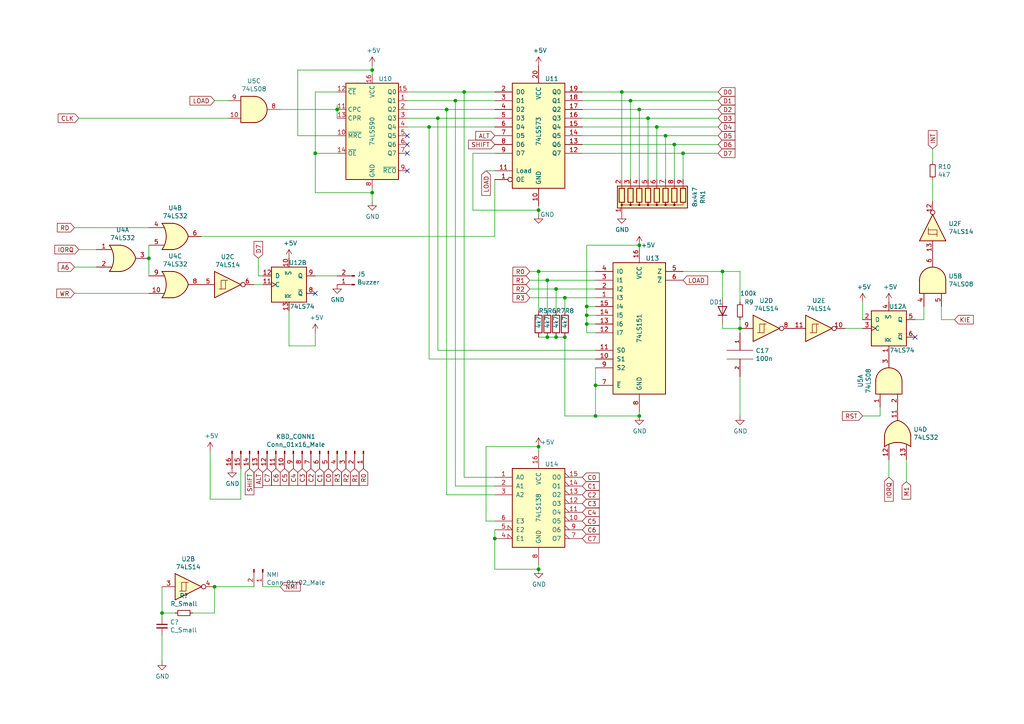
<source format=kicad_sch>
(kicad_sch (version 20211123) (generator eeschema)
  (paper "A4")
  (lib_symbols
    (symbol "74xx:74LS08" (pin_names (offset 1.016))
      (property "Reference" "U" (at 0 1.27 0))
      (property "Value" "74LS08" (at 0 -1.27 0))
      (symbol "74LS08_1_1"
        (pin input line (at -7.62 2.54 0) (length 3.81) (name "~") (number "1"))
        (pin input line (at -7.62 -2.54 0) (length 3.81) (name "~") (number "2"))
        (pin output line (at 7.62 0 180) (length 3.81) (name "~") (number "3"))
      )
      (symbol "74LS08_1_2"
        (pin input inverted (at -7.62 2.54 0) (length 4.318) (name "~") (number "1"))
        (pin input inverted (at -7.62 -2.54 0) (length 4.318) (name "~") (number "2"))
        (pin output inverted (at 7.62 0 180) (length 3.81) (name "~") (number "3"))
      )
      (symbol "74LS08_2_1"
        (pin input line (at -7.62 2.54 0) (length 3.81) (name "~") (number "4"))
        (pin input line (at -7.62 -2.54 0) (length 3.81) (name "~") (number "5"))
        (pin output line (at 7.62 0 180) (length 3.81) (name "~") (number "6"))
      )
      (symbol "74LS08_2_2"
        (pin input inverted (at -7.62 2.54 0) (length 4.318) (name "~") (number "4"))
        (pin input inverted (at -7.62 -2.54 0) (length 4.318) (name "~") (number "5"))
        (pin output inverted (at 7.62 0 180) (length 3.81) (name "~") (number "6"))
      )
      (symbol "74LS08_3_1"
        (pin input line (at -7.62 -2.54 0) (length 3.81) (name "~") (number "10"))
        (pin output line (at 7.62 0 180) (length 3.81) (name "~") (number "8"))
        (pin input line (at -7.62 2.54 0) (length 3.81) (name "~") (number "9"))
      )
      (symbol "74LS08_3_2"
        (pin input inverted (at -7.62 -2.54 0) (length 4.318) (name "~") (number "10"))
        (pin output inverted (at 7.62 0 180) (length 3.81) (name "~") (number "8"))
        (pin input inverted (at -7.62 2.54 0) (length 4.318) (name "~") (number "9"))
      )
      (symbol "74LS08_4_1"
        (pin output line (at 7.62 0 180) (length 3.81) (name "~") (number "11"))
        (pin input line (at -7.62 2.54 0) (length 3.81) (name "~") (number "12"))
        (pin input line (at -7.62 -2.54 0) (length 3.81) (name "~") (number "13"))
      )
      (symbol "74LS08_4_2"
        (pin output inverted (at 7.62 0 180) (length 3.81) (name "~") (number "11"))
        (pin input inverted (at -7.62 2.54 0) (length 4.318) (name "~") (number "12"))
        (pin input inverted (at -7.62 -2.54 0) (length 4.318) (name "~") (number "13"))
      )
      (symbol "74LS08_5_0"
        (pin power_in line (at 0 12.7 270) (length 5.08) (name "VCC") (number "14"))
        (pin power_in line (at 0 -12.7 90) (length 5.08) (name "GND") (number "7"))
      )
    )
    (symbol "74xx:74LS138" (pin_names (offset 1.016))
      (property "Reference" "U" (at -7.62 11.43 0))
      (property "Value" "74LS138" (at -7.62 -13.97 0))
      (symbol "74LS138_1_0"
        (pin input line (at -12.7 7.62 0) (length 5.08) (name "A0") (number "1"))
        (pin output output_low (at 12.7 -5.08 180) (length 5.08) (name "O5") (number "10"))
        (pin output output_low (at 12.7 -2.54 180) (length 5.08) (name "O4") (number "11"))
        (pin output output_low (at 12.7 0 180) (length 5.08) (name "O3") (number "12"))
        (pin output output_low (at 12.7 2.54 180) (length 5.08) (name "O2") (number "13"))
        (pin output output_low (at 12.7 5.08 180) (length 5.08) (name "O1") (number "14"))
        (pin output output_low (at 12.7 7.62 180) (length 5.08) (name "O0") (number "15"))
        (pin power_in line (at 0 15.24 270) (length 5.08) (name "VCC") (number "16"))
        (pin input line (at -12.7 5.08 0) (length 5.08) (name "A1") (number "2"))
        (pin input line (at -12.7 2.54 0) (length 5.08) (name "A2") (number "3"))
        (pin input input_low (at -12.7 -10.16 0) (length 5.08) (name "E1") (number "4"))
        (pin input input_low (at -12.7 -7.62 0) (length 5.08) (name "E2") (number "5"))
        (pin input line (at -12.7 -5.08 0) (length 5.08) (name "E3") (number "6"))
        (pin output output_low (at 12.7 -10.16 180) (length 5.08) (name "O7") (number "7"))
        (pin power_in line (at 0 -17.78 90) (length 5.08) (name "GND") (number "8"))
        (pin output output_low (at 12.7 -7.62 180) (length 5.08) (name "O6") (number "9"))
      )
    )
    (symbol "74xx:74LS14" (pin_names (offset 1.016))
      (property "Reference" "U" (at 0 1.27 0))
      (property "Value" "74LS14" (at 0 -1.27 0))
      (symbol "74LS14_1_0"
        (pin input line (at -7.62 0 0) (length 3.81) (name "~") (number "1"))
        (pin output inverted (at 7.62 0 180) (length 3.81) (name "~") (number "2"))
      )
      (symbol "74LS14_2_0"
        (pin input line (at -7.62 0 0) (length 3.81) (name "~") (number "3"))
        (pin output inverted (at 7.62 0 180) (length 3.81) (name "~") (number "4"))
      )
      (symbol "74LS14_3_0"
        (pin input line (at -7.62 0 0) (length 3.81) (name "~") (number "5"))
        (pin output inverted (at 7.62 0 180) (length 3.81) (name "~") (number "6"))
      )
      (symbol "74LS14_4_0"
        (pin output inverted (at 7.62 0 180) (length 3.81) (name "~") (number "8"))
        (pin input line (at -7.62 0 0) (length 3.81) (name "~") (number "9"))
      )
      (symbol "74LS14_5_0"
        (pin output inverted (at 7.62 0 180) (length 3.81) (name "~") (number "10"))
        (pin input line (at -7.62 0 0) (length 3.81) (name "~") (number "11"))
      )
      (symbol "74LS14_6_0"
        (pin output inverted (at 7.62 0 180) (length 3.81) (name "~") (number "12"))
        (pin input line (at -7.62 0 0) (length 3.81) (name "~") (number "13"))
      )
      (symbol "74LS14_7_0"
        (pin power_in line (at 0 12.7 270) (length 5.08) (name "VCC") (number "14"))
        (pin power_in line (at 0 -12.7 90) (length 5.08) (name "GND") (number "7"))
      )
    )
    (symbol "74xx:74LS151" (pin_names (offset 1.016))
      (property "Reference" "U" (at -7.62 19.05 0))
      (property "Value" "74LS151" (at -7.62 -21.59 0))
      (symbol "74LS151_1_0"
        (pin input line (at -12.7 7.62 0) (length 5.08) (name "I3") (number "1"))
        (pin input line (at -12.7 -10.16 0) (length 5.08) (name "S1") (number "10"))
        (pin input line (at -12.7 -7.62 0) (length 5.08) (name "S0") (number "11"))
        (pin input line (at -12.7 -2.54 0) (length 5.08) (name "I7") (number "12"))
        (pin input line (at -12.7 0 0) (length 5.08) (name "I6") (number "13"))
        (pin input line (at -12.7 2.54 0) (length 5.08) (name "I5") (number "14"))
        (pin input line (at -12.7 5.08 0) (length 5.08) (name "I4") (number "15"))
        (pin power_in line (at 0 22.86 270) (length 5.08) (name "VCC") (number "16"))
        (pin input line (at -12.7 10.16 0) (length 5.08) (name "I2") (number "2"))
        (pin input line (at -12.7 12.7 0) (length 5.08) (name "I1") (number "3"))
        (pin input line (at -12.7 15.24 0) (length 5.08) (name "I0") (number "4"))
        (pin output line (at 12.7 15.24 180) (length 5.08) (name "Z") (number "5"))
        (pin output line (at 12.7 12.7 180) (length 5.08) (name "~{Z}") (number "6"))
        (pin input line (at -12.7 -17.78 0) (length 5.08) (name "~{E}") (number "7"))
        (pin power_in line (at 0 -25.4 90) (length 5.08) (name "GND") (number "8"))
        (pin input line (at -12.7 -12.7 0) (length 5.08) (name "S2") (number "9"))
      )
    )
    (symbol "74xx:74LS32" (pin_names (offset 1.016))
      (property "Reference" "U" (at 0 1.27 0))
      (property "Value" "74LS32" (at 0 -1.27 0))
      (symbol "74LS32_1_1"
        (pin input line (at -7.62 2.54 0) (length 4.318) (name "~") (number "1"))
        (pin input line (at -7.62 -2.54 0) (length 4.318) (name "~") (number "2"))
        (pin output line (at 7.62 0 180) (length 3.81) (name "~") (number "3"))
      )
      (symbol "74LS32_1_2"
        (pin input inverted (at -7.62 2.54 0) (length 3.81) (name "~") (number "1"))
        (pin input inverted (at -7.62 -2.54 0) (length 3.81) (name "~") (number "2"))
        (pin output inverted (at 7.62 0 180) (length 3.81) (name "~") (number "3"))
      )
      (symbol "74LS32_2_1"
        (pin input line (at -7.62 2.54 0) (length 4.318) (name "~") (number "4"))
        (pin input line (at -7.62 -2.54 0) (length 4.318) (name "~") (number "5"))
        (pin output line (at 7.62 0 180) (length 3.81) (name "~") (number "6"))
      )
      (symbol "74LS32_2_2"
        (pin input inverted (at -7.62 2.54 0) (length 3.81) (name "~") (number "4"))
        (pin input inverted (at -7.62 -2.54 0) (length 3.81) (name "~") (number "5"))
        (pin output inverted (at 7.62 0 180) (length 3.81) (name "~") (number "6"))
      )
      (symbol "74LS32_3_1"
        (pin input line (at -7.62 -2.54 0) (length 4.318) (name "~") (number "10"))
        (pin output line (at 7.62 0 180) (length 3.81) (name "~") (number "8"))
        (pin input line (at -7.62 2.54 0) (length 4.318) (name "~") (number "9"))
      )
      (symbol "74LS32_3_2"
        (pin input inverted (at -7.62 -2.54 0) (length 3.81) (name "~") (number "10"))
        (pin output inverted (at 7.62 0 180) (length 3.81) (name "~") (number "8"))
        (pin input inverted (at -7.62 2.54 0) (length 3.81) (name "~") (number "9"))
      )
      (symbol "74LS32_4_1"
        (pin output line (at 7.62 0 180) (length 3.81) (name "~") (number "11"))
        (pin input line (at -7.62 2.54 0) (length 4.318) (name "~") (number "12"))
        (pin input line (at -7.62 -2.54 0) (length 4.318) (name "~") (number "13"))
      )
      (symbol "74LS32_4_2"
        (pin output inverted (at 7.62 0 180) (length 3.81) (name "~") (number "11"))
        (pin input inverted (at -7.62 2.54 0) (length 3.81) (name "~") (number "12"))
        (pin input inverted (at -7.62 -2.54 0) (length 3.81) (name "~") (number "13"))
      )
      (symbol "74LS32_5_0"
        (pin power_in line (at 0 12.7 270) (length 5.08) (name "VCC") (number "14"))
        (pin power_in line (at 0 -12.7 90) (length 5.08) (name "GND") (number "7"))
      )
    )
    (symbol "74xx:74LS573" (pin_names (offset 1.016))
      (property "Reference" "U" (at -7.62 16.51 0))
      (property "Value" "74LS573" (at -7.62 -16.51 0))
      (symbol "74LS573_1_0"
        (pin input inverted (at -12.7 -12.7 0) (length 5.08) (name "OE") (number "1"))
        (pin power_in line (at 0 -20.32 90) (length 5.08) (name "GND") (number "10"))
        (pin input line (at -12.7 -10.16 0) (length 5.08) (name "Load") (number "11"))
        (pin tri_state line (at 12.7 -5.08 180) (length 5.08) (name "Q7") (number "12"))
        (pin tri_state line (at 12.7 -2.54 180) (length 5.08) (name "Q6") (number "13"))
        (pin tri_state line (at 12.7 0 180) (length 5.08) (name "Q5") (number "14"))
        (pin tri_state line (at 12.7 2.54 180) (length 5.08) (name "Q4") (number "15"))
        (pin tri_state line (at 12.7 5.08 180) (length 5.08) (name "Q3") (number "16"))
        (pin tri_state line (at 12.7 7.62 180) (length 5.08) (name "Q2") (number "17"))
        (pin tri_state line (at 12.7 10.16 180) (length 5.08) (name "Q1") (number "18"))
        (pin tri_state line (at 12.7 12.7 180) (length 5.08) (name "Q0") (number "19"))
        (pin input line (at -12.7 12.7 0) (length 5.08) (name "D0") (number "2"))
        (pin power_in line (at 0 20.32 270) (length 5.08) (name "VCC") (number "20"))
        (pin input line (at -12.7 10.16 0) (length 5.08) (name "D1") (number "3"))
        (pin input line (at -12.7 7.62 0) (length 5.08) (name "D2") (number "4"))
        (pin input line (at -12.7 5.08 0) (length 5.08) (name "D3") (number "5"))
        (pin input line (at -12.7 2.54 0) (length 5.08) (name "D4") (number "6"))
        (pin input line (at -12.7 0 0) (length 5.08) (name "D5") (number "7"))
        (pin input line (at -12.7 -2.54 0) (length 5.08) (name "D6") (number "8"))
        (pin input line (at -12.7 -5.08 0) (length 5.08) (name "D7") (number "9"))
      )
    )
    (symbol "74xx:74LS590"
      (property "Reference" "U" (at -7.62 16.51 0))
      (property "Value" "74LS590" (at -7.62 -13.97 0))
      (symbol "74LS590_1_0"
        (pin tri_state line (at 10.16 10.16 180) (length 2.54) (name "Q1") (number "1"))
        (pin input line (at -10.16 0 0) (length 2.54) (name "~{MRC}") (number "10"))
        (pin input line (at -10.16 7.62 0) (length 2.54) (name "CPC") (number "11"))
        (pin input line (at -10.16 12.7 0) (length 2.54) (name "~{CE}") (number "12"))
        (pin input line (at -10.16 5.08 0) (length 2.54) (name "CPR") (number "13"))
        (pin input line (at -10.16 -5.08 0) (length 2.54) (name "~{OE}") (number "14"))
        (pin tri_state line (at 10.16 12.7 180) (length 2.54) (name "Q0") (number "15"))
        (pin power_in line (at 0 17.78 270) (length 2.54) (name "VCC") (number "16"))
        (pin tri_state line (at 10.16 7.62 180) (length 2.54) (name "Q2") (number "2"))
        (pin tri_state line (at 10.16 5.08 180) (length 2.54) (name "Q3") (number "3"))
        (pin tri_state line (at 10.16 2.54 180) (length 2.54) (name "Q4") (number "4"))
        (pin tri_state line (at 10.16 0 180) (length 2.54) (name "Q5") (number "5"))
        (pin tri_state line (at 10.16 -2.54 180) (length 2.54) (name "Q6") (number "6"))
        (pin tri_state line (at 10.16 -5.08 180) (length 2.54) (name "Q7") (number "7"))
        (pin power_in line (at 0 -15.24 90) (length 2.54) (name "GND") (number "8"))
        (pin output line (at 10.16 -10.16 180) (length 2.54) (name "~{RCO}") (number "9"))
      )
    )
    (symbol "74xx:74LS74" (pin_names (offset 1.016))
      (property "Reference" "U" (at -7.62 8.89 0))
      (property "Value" "74LS74" (at -7.62 -8.89 0))
      (symbol "74LS74_1_0"
        (pin input line (at 0 -7.62 90) (length 2.54) (name "~{R}") (number "1"))
        (pin input line (at -7.62 2.54 0) (length 2.54) (name "D") (number "2"))
        (pin input clock (at -7.62 0 0) (length 2.54) (name "C") (number "3"))
        (pin input line (at 0 7.62 270) (length 2.54) (name "~{S}") (number "4"))
        (pin output line (at 7.62 2.54 180) (length 2.54) (name "Q") (number "5"))
        (pin output line (at 7.62 -2.54 180) (length 2.54) (name "~{Q}") (number "6"))
      )
      (symbol "74LS74_2_0"
        (pin input line (at 0 7.62 270) (length 2.54) (name "~{S}") (number "10"))
        (pin input clock (at -7.62 0 0) (length 2.54) (name "C") (number "11"))
        (pin input line (at -7.62 2.54 0) (length 2.54) (name "D") (number "12"))
        (pin input line (at 0 -7.62 90) (length 2.54) (name "~{R}") (number "13"))
        (pin output line (at 7.62 -2.54 180) (length 2.54) (name "~{Q}") (number "8"))
        (pin output line (at 7.62 2.54 180) (length 2.54) (name "Q") (number "9"))
      )
      (symbol "74LS74_3_0"
        (pin power_in line (at 0 10.16 270) (length 2.54) (name "VCC") (number "14"))
        (pin power_in line (at 0 -10.16 90) (length 2.54) (name "GND") (number "7"))
      )
    )
    (symbol "Connector:Conn_01x02_Male" (pin_names (offset 1.016) hide)
      (property "Reference" "J" (at 0 2.54 0))
      (property "Value" "Conn_01x02_Male" (at 0 -5.08 0))
      (symbol "Conn_01x02_Male_1_1"
        (pin passive line (at 5.08 0 180) (length 3.81) (name "Pin_1") (number "1"))
        (pin passive line (at 5.08 -2.54 180) (length 3.81) (name "Pin_2") (number "2"))
      )
    )
    (symbol "Connector:Conn_01x16_Male" (pin_names (offset 1.016) hide)
      (property "Reference" "J" (at 0 20.32 0))
      (property "Value" "Conn_01x16_Male" (at 0 -22.86 0))
      (symbol "Conn_01x16_Male_1_1"
        (pin passive line (at 5.08 17.78 180) (length 3.81) (name "Pin_1") (number "1"))
        (pin passive line (at 5.08 -5.08 180) (length 3.81) (name "Pin_10") (number "10"))
        (pin passive line (at 5.08 -7.62 180) (length 3.81) (name "Pin_11") (number "11"))
        (pin passive line (at 5.08 -10.16 180) (length 3.81) (name "Pin_12") (number "12"))
        (pin passive line (at 5.08 -12.7 180) (length 3.81) (name "Pin_13") (number "13"))
        (pin passive line (at 5.08 -15.24 180) (length 3.81) (name "Pin_14") (number "14"))
        (pin passive line (at 5.08 -17.78 180) (length 3.81) (name "Pin_15") (number "15"))
        (pin passive line (at 5.08 -20.32 180) (length 3.81) (name "Pin_16") (number "16"))
        (pin passive line (at 5.08 15.24 180) (length 3.81) (name "Pin_2") (number "2"))
        (pin passive line (at 5.08 12.7 180) (length 3.81) (name "Pin_3") (number "3"))
        (pin passive line (at 5.08 10.16 180) (length 3.81) (name "Pin_4") (number "4"))
        (pin passive line (at 5.08 7.62 180) (length 3.81) (name "Pin_5") (number "5"))
        (pin passive line (at 5.08 5.08 180) (length 3.81) (name "Pin_6") (number "6"))
        (pin passive line (at 5.08 2.54 180) (length 3.81) (name "Pin_7") (number "7"))
        (pin passive line (at 5.08 0 180) (length 3.81) (name "Pin_8") (number "8"))
        (pin passive line (at 5.08 -2.54 180) (length 3.81) (name "Pin_9") (number "9"))
      )
    )
    (symbol "Device:C_Small" (pin_numbers hide) (pin_names (offset 0.254) hide)
      (property "Reference" "C" (at 0.254 1.778 0))
      (property "Value" "C_Small" (at 0.254 -2.032 0))
      (symbol "C_Small_1_1"
        (pin passive line (at 0 2.54 270) (length 2.032) (name "~") (number "1"))
        (pin passive line (at 0 -2.54 90) (length 2.032) (name "~") (number "2"))
      )
    )
    (symbol "Device:D" (pin_numbers hide) (pin_names (offset 1.016) hide)
      (property "Reference" "D" (at 0 2.54 0))
      (property "Value" "D" (at 0 -2.54 0))
      (symbol "D_1_1"
        (pin passive line (at -3.81 0 0) (length 2.54) (name "K") (number "1"))
        (pin passive line (at 3.81 0 180) (length 2.54) (name "A") (number "2"))
      )
    )
    (symbol "Device:R" (pin_numbers hide) (pin_names (offset 0))
      (property "Reference" "R" (at 2.032 0 90))
      (property "Value" "R" (at 0 0 90))
      (symbol "R_1_1"
        (pin passive line (at 0 3.81 270) (length 1.27) (name "~") (number "1"))
        (pin passive line (at 0 -3.81 90) (length 1.27) (name "~") (number "2"))
      )
    )
    (symbol "Device:R_Network08" (pin_names (offset 0) hide)
      (property "Reference" "RN" (at -12.7 0 90))
      (property "Value" "R_Network08" (at 10.16 0 90))
      (symbol "R_Network08_1_1"
        (pin passive line (at -10.16 5.08 270) (length 2.54) (name "common") (number "1"))
        (pin passive line (at -10.16 -5.08 90) (length 1.27) (name "R1") (number "2"))
        (pin passive line (at -7.62 -5.08 90) (length 1.27) (name "R2") (number "3"))
        (pin passive line (at -5.08 -5.08 90) (length 1.27) (name "R3") (number "4"))
        (pin passive line (at -2.54 -5.08 90) (length 1.27) (name "R4") (number "5"))
        (pin passive line (at 0 -5.08 90) (length 1.27) (name "R5") (number "6"))
        (pin passive line (at 2.54 -5.08 90) (length 1.27) (name "R6") (number "7"))
        (pin passive line (at 5.08 -5.08 90) (length 1.27) (name "R7") (number "8"))
        (pin passive line (at 7.62 -5.08 90) (length 1.27) (name "R8") (number "9"))
      )
    )
    (symbol "Device:R_Small" (pin_numbers hide) (pin_names (offset 0.254) hide)
      (property "Reference" "R" (at 0.762 0.508 0))
      (property "Value" "R_Small" (at 0.762 -1.016 0))
      (symbol "R_Small_1_1"
        (pin passive line (at 0 2.54 270) (length 0.762) (name "~") (number "1"))
        (pin passive line (at 0 -2.54 90) (length 0.762) (name "~") (number "2"))
      )
    )
    (symbol "power:+5V" (power) (pin_names (offset 0))
      (property "Value" "+5V" (at 0 3.556 0))
      (symbol "+5V_1_1"
        (pin power_in line (at 0 0 90) (length 0) hide (name "+5V") (number "1"))
      )
    )
    (symbol "power:GND" (power) (pin_names (offset 0))
      (property "Value" "GND" (at 0 -3.81 0))
      (symbol "GND_1_1"
        (pin power_in line (at 0 0 270) (length 0) hide (name "GND") (number "1"))
      )
    )
    (symbol "pspice:C" (pin_names (offset 0.254))
      (property "Reference" "C" (at 2.54 3.81 90))
      (property "Value" "C" (at 2.54 -3.81 90))
      (symbol "C_1_1"
        (pin passive line (at 0 6.35 270) (length 5.08) (name "~") (number "1"))
        (pin passive line (at 0 -6.35 90) (length 5.08) (name "~") (number "2"))
      )
    )
  )
  (junction (at 187.96 34.29))
  (junction (at 195.58 41.91))
  (junction (at 182.88 29.21))
  (junction (at 190.5 36.83))
  (junction (at 158.75 81.28))
  (junction (at 97.79 31.75))
  (junction (at 198.12 44.45))
  (junction (at 163.83 97.79))
  (junction (at 132.08 29.21))
  (junction (at 91.44 44.45))
  (junction (at 185.42 120.65))
  (junction (at 143.51 156.21))
  (junction (at 134.62 26.67))
  (junction (at 209.55 78.74))
  (junction (at 156.21 78.74))
  (junction (at 43.18 74.93))
  (junction (at 170.18 93.98))
  (junction (at 170.18 91.44))
  (junction (at 156.21 165.1))
  (junction (at 156.21 60.96))
  (junction (at 156.21 129.54))
  (junction (at 172.72 111.76))
  (junction (at 185.42 71.12))
  (junction (at 158.75 97.79))
  (junction (at 172.72 120.65))
  (junction (at 129.54 31.75))
  (junction (at 163.83 86.36))
  (junction (at 214.63 95.25))
  (junction (at 46.99 177.8))
  (junction (at 170.18 88.9))
  (junction (at 185.42 31.75))
  (junction (at 180.34 26.67))
  (junction (at 193.04 39.37))
  (junction (at 124.46 36.83))
  (junction (at 107.95 20.32))
  (junction (at 161.29 97.79))
  (junction (at 161.29 83.82))
  (junction (at 107.95 55.88))
  (junction (at 127 34.29))
  (junction (at 62.23 170.18))
  (no_connect (at 118.11 49.53))
  (no_connect (at 91.44 85.09))
  (no_connect (at 265.43 97.79))
  (no_connect (at 118.11 44.45))
  (no_connect (at 118.11 39.37))
  (no_connect (at 118.11 41.91))
  (wire (pts (xy 97.79 31.75) (xy 81.28 31.75)))
  (wire (pts (xy 168.91 26.67) (xy 180.34 26.67)))
  (wire (pts (xy 91.44 26.67) (xy 97.79 26.67)))
  (wire (pts (xy 209.55 86.36) (xy 209.55 78.74)))
  (wire (pts (xy 97.79 30.48) (xy 97.79 31.75)))
  (wire (pts (xy 172.72 83.82) (xy 161.29 83.82)))
  (wire (pts (xy 198.12 52.07) (xy 198.12 44.45)))
  (wire (pts (xy 182.88 52.07) (xy 182.88 29.21)))
  (wire (pts (xy 163.83 120.65) (xy 172.72 120.65)))
  (wire (pts (xy 69.85 144.78) (xy 69.85 135.89)))
  (wire (pts (xy 208.28 36.83) (xy 190.5 36.83)))
  (wire (pts (xy 187.96 34.29) (xy 168.91 34.29)))
  (wire (pts (xy 172.72 93.98) (xy 170.18 93.98)))
  (wire (pts (xy 214.63 95.25) (xy 209.55 95.25)))
  (wire (pts (xy 172.72 111.76) (xy 172.72 106.68)))
  (wire (pts (xy 185.42 31.75) (xy 168.91 31.75)))
  (wire (pts (xy 91.44 44.45) (xy 91.44 55.88)))
  (wire (pts (xy 208.28 41.91) (xy 195.58 41.91)))
  (wire (pts (xy 129.54 31.75) (xy 143.51 31.75)))
  (wire (pts (xy 214.63 109.22) (xy 214.63 120.65)))
  (wire (pts (xy 76.2 82.55) (xy 73.66 82.55)))
  (wire (pts (xy 156.21 165.1) (xy 156.21 163.83)))
  (wire (pts (xy 74.93 74.93) (xy 74.93 80.01)))
  (wire (pts (xy 46.99 179.07) (xy 46.99 177.8)))
  (wire (pts (xy 140.97 151.13) (xy 140.97 129.54)))
  (wire (pts (xy 50.8 177.8) (xy 46.99 177.8)))
  (wire (pts (xy 187.96 52.07) (xy 187.96 34.29)))
  (wire (pts (xy 208.28 34.29) (xy 187.96 34.29)))
  (wire (pts (xy 137.16 60.96) (xy 137.16 44.45)))
  (wire (pts (xy 170.18 91.44) (xy 170.18 88.9)))
  (wire (pts (xy 163.83 86.36) (xy 153.67 86.36)))
  (wire (pts (xy 124.46 104.14) (xy 172.72 104.14)))
  (wire (pts (xy 270.51 46.99) (xy 270.51 43.18)))
  (wire (pts (xy 91.44 44.45) (xy 97.79 44.45)))
  (wire (pts (xy 118.11 34.29) (xy 127 34.29)))
  (wire (pts (xy 172.72 91.44) (xy 170.18 91.44)))
  (wire (pts (xy 250.19 120.65) (xy 255.27 120.65)))
  (wire (pts (xy 132.08 140.97) (xy 132.08 29.21)))
  (wire (pts (xy 107.95 21.59) (xy 107.95 20.32)))
  (wire (pts (xy 193.04 39.37) (xy 168.91 39.37)))
  (wire (pts (xy 182.88 29.21) (xy 168.91 29.21)))
  (wire (pts (xy 172.72 96.52) (xy 170.18 96.52)))
  (wire (pts (xy 132.08 29.21) (xy 143.51 29.21)))
  (wire (pts (xy 127 101.6) (xy 172.72 101.6)))
  (wire (pts (xy 143.51 143.51) (xy 129.54 143.51)))
  (wire (pts (xy 156.21 78.74) (xy 153.67 78.74)))
  (wire (pts (xy 273.05 92.71) (xy 273.05 88.9)))
  (wire (pts (xy 134.62 26.67) (xy 143.51 26.67)))
  (wire (pts (xy 172.72 120.65) (xy 172.72 111.76)))
  (wire (pts (xy 134.62 138.43) (xy 134.62 26.67)))
  (wire (pts (xy 62.23 177.8) (xy 62.23 170.18)))
  (wire (pts (xy 107.95 20.32) (xy 86.36 20.32)))
  (wire (pts (xy 161.29 83.82) (xy 153.67 83.82)))
  (wire (pts (xy 118.11 36.83) (xy 124.46 36.83)))
  (wire (pts (xy 209.55 95.25) (xy 209.55 93.98)))
  (wire (pts (xy 21.59 85.09) (xy 43.18 85.09)))
  (wire (pts (xy 185.42 120.65) (xy 185.42 119.38)))
  (wire (pts (xy 163.83 97.79) (xy 163.83 120.65)))
  (wire (pts (xy 21.59 66.04) (xy 43.18 66.04)))
  (wire (pts (xy 91.44 100.33) (xy 83.82 100.33)))
  (wire (pts (xy 66.04 29.21) (xy 62.23 29.21)))
  (wire (pts (xy 208.28 44.45) (xy 198.12 44.45)))
  (wire (pts (xy 118.11 31.75) (xy 129.54 31.75)))
  (wire (pts (xy 172.72 86.36) (xy 163.83 86.36)))
  (wire (pts (xy 158.75 81.28) (xy 153.67 81.28)))
  (wire (pts (xy 46.99 191.77) (xy 46.99 184.15)))
  (wire (pts (xy 158.75 97.79) (xy 161.29 97.79)))
  (wire (pts (xy 140.97 49.53) (xy 143.51 49.53)))
  (wire (pts (xy 140.97 151.13) (xy 143.51 151.13)))
  (wire (pts (xy 55.88 177.8) (xy 62.23 177.8)))
  (wire (pts (xy 208.28 29.21) (xy 182.88 29.21)))
  (wire (pts (xy 43.18 71.12) (xy 43.18 74.93)))
  (wire (pts (xy 265.43 92.71) (xy 267.97 92.71)))
  (wire (pts (xy 255.27 120.65) (xy 255.27 118.11)))
  (wire (pts (xy 170.18 88.9) (xy 170.18 71.12)))
  (wire (pts (xy 262.89 139.7) (xy 262.89 133.35)))
  (wire (pts (xy 58.42 68.58) (xy 143.51 68.58)))
  (wire (pts (xy 257.81 138.43) (xy 257.81 133.35)))
  (wire (pts (xy 137.16 60.96) (xy 156.21 60.96)))
  (wire (pts (xy 195.58 52.07) (xy 195.58 41.91)))
  (wire (pts (xy 198.12 78.74) (xy 209.55 78.74)))
  (wire (pts (xy 208.28 39.37) (xy 193.04 39.37)))
  (wire (pts (xy 140.97 129.54) (xy 156.21 129.54)))
  (wire (pts (xy 195.58 41.91) (xy 168.91 41.91)))
  (wire (pts (xy 91.44 96.52) (xy 91.44 100.33)))
  (wire (pts (xy 127 34.29) (xy 143.51 34.29)))
  (wire (pts (xy 107.95 20.32) (xy 107.95 19.05)))
  (wire (pts (xy 161.29 90.17) (xy 161.29 83.82)))
  (wire (pts (xy 163.83 90.17) (xy 163.83 86.36)))
  (wire (pts (xy 60.96 130.81) (xy 60.96 144.78)))
  (wire (pts (xy 156.21 130.81) (xy 156.21 129.54)))
  (wire (pts (xy 193.04 52.07) (xy 193.04 39.37)))
  (wire (pts (xy 86.36 39.37) (xy 97.79 39.37)))
  (wire (pts (xy 214.63 95.25) (xy 214.63 96.52)))
  (wire (pts (xy 143.51 140.97) (xy 132.08 140.97)))
  (wire (pts (xy 198.12 44.45) (xy 168.91 44.45)))
  (wire (pts (xy 270.51 52.07) (xy 270.51 58.42)))
  (wire (pts (xy 86.36 20.32) (xy 86.36 39.37)))
  (wire (pts (xy 172.72 81.28) (xy 158.75 81.28)))
  (wire (pts (xy 172.72 88.9) (xy 170.18 88.9)))
  (wire (pts (xy 107.95 55.88) (xy 107.95 54.61)))
  (wire (pts (xy 185.42 120.65) (xy 172.72 120.65)))
  (wire (pts (xy 156.21 165.1) (xy 143.51 165.1)))
  (wire (pts (xy 27.94 77.47) (xy 21.59 77.47)))
  (wire (pts (xy 60.96 144.78) (xy 69.85 144.78)))
  (wire (pts (xy 209.55 78.74) (xy 214.63 78.74)))
  (wire (pts (xy 143.51 138.43) (xy 134.62 138.43)))
  (wire (pts (xy 124.46 104.14) (xy 124.46 36.83)))
  (wire (pts (xy 180.34 26.67) (xy 208.28 26.67)))
  (wire (pts (xy 27.94 72.39) (xy 22.86 72.39)))
  (wire (pts (xy 127 101.6) (xy 127 34.29)))
  (wire (pts (xy 245.11 95.25) (xy 250.19 95.25)))
  (wire (pts (xy 43.18 74.93) (xy 43.18 80.01)))
  (wire (pts (xy 156.21 97.79) (xy 158.75 97.79)))
  (wire (pts (xy 143.51 165.1) (xy 143.51 156.21)))
  (wire (pts (xy 170.18 71.12) (xy 185.42 71.12)))
  (wire (pts (xy 91.44 55.88) (xy 107.95 55.88)))
  (wire (pts (xy 74.93 80.01) (xy 76.2 80.01)))
  (wire (pts (xy 129.54 143.51) (xy 129.54 31.75)))
  (wire (pts (xy 156.21 59.69) (xy 156.21 60.96)))
  (wire (pts (xy 170.18 93.98) (xy 170.18 91.44)))
  (wire (pts (xy 97.79 80.01) (xy 91.44 80.01)))
  (wire (pts (xy 143.51 52.07) (xy 143.51 68.58)))
  (wire (pts (xy 214.63 78.74) (xy 214.63 87.63)))
  (wire (pts (xy 118.11 26.67) (xy 134.62 26.67)))
  (wire (pts (xy 267.97 92.71) (xy 267.97 88.9)))
  (wire (pts (xy 107.95 58.42) (xy 107.95 55.88)))
  (wire (pts (xy 91.44 26.67) (xy 91.44 44.45)))
  (wire (pts (xy 190.5 36.83) (xy 168.91 36.83)))
  (wire (pts (xy 250.19 87.63) (xy 250.19 92.71)))
  (wire (pts (xy 156.21 90.17) (xy 156.21 78.74)))
  (wire (pts (xy 172.72 78.74) (xy 156.21 78.74)))
  (wire (pts (xy 83.82 100.33) (xy 83.82 90.17)))
  (wire (pts (xy 124.46 36.83) (xy 143.51 36.83)))
  (wire (pts (xy 190.5 52.07) (xy 190.5 36.83)))
  (wire (pts (xy 170.18 96.52) (xy 170.18 93.98)))
  (wire (pts (xy 62.23 170.18) (xy 73.66 170.18)))
  (wire (pts (xy 22.86 34.29) (xy 66.04 34.29)))
  (wire (pts (xy 180.34 52.07) (xy 180.34 26.67)))
  (wire (pts (xy 185.42 52.07) (xy 185.42 31.75)))
  (wire (pts (xy 97.79 31.75) (xy 97.79 34.29)))
  (wire (pts (xy 118.11 29.21) (xy 132.08 29.21)))
  (wire (pts (xy 208.28 31.75) (xy 185.42 31.75)))
  (wire (pts (xy 161.29 97.79) (xy 163.83 97.79)))
  (wire (pts (xy 81.28 170.18) (xy 76.2 170.18)))
  (wire (pts (xy 156.21 60.96) (xy 156.21 62.23)))
  (wire (pts (xy 158.75 90.17) (xy 158.75 81.28)))
  (wire (pts (xy 276.86 92.71) (xy 273.05 92.71)))
  (wire (pts (xy 143.51 156.21) (xy 143.51 153.67)))
  (wire (pts (xy 137.16 44.45) (xy 143.51 44.45)))
  (wire (pts (xy 214.63 92.71) (xy 214.63 95.25)))
  (wire (pts (xy 46.99 177.8) (xy 46.99 170.18)))
  (global_label "ALT" (shape input) (at 74.93 135.89 270) (property "Intersheet References" "${INTERSHEET_REFS}" (effects hide)))
  (global_label "C2" (shape input) (at 168.91 143.51 0) (property "Intersheet References" "${INTERSHEET_REFS}" (effects hide)))
  (global_label "C5" (shape input) (at 168.91 151.13 0) (property "Intersheet References" "${INTERSHEET_REFS}" (effects hide)))
  (global_label "D0" (shape input) (at 208.28 26.67 0) (property "Intersheet References" "${INTERSHEET_REFS}" (effects hide)))
  (global_label "IORQ" (shape input) (at 257.81 138.43 270) (property "Intersheet References" "${INTERSHEET_REFS}" (effects hide)))
  (global_label "C3" (shape input) (at 87.63 135.89 270) (property "Intersheet References" "${INTERSHEET_REFS}" (effects hide)))
  (global_label "C0" (shape input) (at 168.91 138.43 0) (property "Intersheet References" "${INTERSHEET_REFS}" (effects hide)))
  (global_label "CLK" (shape input) (at 22.86 34.29 180) (property "Intersheet References" "${INTERSHEET_REFS}" (effects hide)))
  (global_label "WR" (shape input) (at 21.59 85.09 180) (property "Intersheet References" "${INTERSHEET_REFS}" (effects hide)))
  (global_label "M1" (shape input) (at 262.89 139.7 270) (property "Intersheet References" "${INTERSHEET_REFS}" (effects hide)))
  (global_label "C5" (shape input) (at 82.55 135.89 270) (property "Intersheet References" "${INTERSHEET_REFS}" (effects hide)))
  (global_label "C1" (shape input) (at 92.71 135.89 270) (property "Intersheet References" "${INTERSHEET_REFS}" (effects hide)))
  (global_label "INT" (shape input) (at 270.51 43.18 90) (property "Intersheet References" "${INTERSHEET_REFS}" (effects hide)))
  (global_label "IORQ" (shape input) (at 22.86 72.39 180) (property "Intersheet References" "${INTERSHEET_REFS}" (effects hide)))
  (global_label "C6" (shape input) (at 80.01 135.89 270) (property "Intersheet References" "${INTERSHEET_REFS}" (effects hide)))
  (global_label "D3" (shape input) (at 208.28 34.29 0) (property "Intersheet References" "${INTERSHEET_REFS}" (effects hide)))
  (global_label "D7" (shape input) (at 74.93 74.93 90) (property "Intersheet References" "${INTERSHEET_REFS}" (effects hide)))
  (global_label "LOAD" (shape input) (at 140.97 49.53 270) (property "Intersheet References" "${INTERSHEET_REFS}" (effects hide)))
  (global_label "ALT" (shape input) (at 143.51 39.37 180) (property "Intersheet References" "${INTERSHEET_REFS}" (effects hide)))
  (global_label "R0" (shape input) (at 105.41 135.89 270) (property "Intersheet References" "${INTERSHEET_REFS}" (effects hide)))
  (global_label "C0" (shape input) (at 95.25 135.89 270) (property "Intersheet References" "${INTERSHEET_REFS}" (effects hide)))
  (global_label "C4" (shape input) (at 85.09 135.89 270) (property "Intersheet References" "${INTERSHEET_REFS}" (effects hide)))
  (global_label "D1" (shape input) (at 208.28 29.21 0) (property "Intersheet References" "${INTERSHEET_REFS}" (effects hide)))
  (global_label "RST" (shape input) (at 250.19 120.65 180) (property "Intersheet References" "${INTERSHEET_REFS}" (effects hide)))
  (global_label "C6" (shape input) (at 168.91 153.67 0) (property "Intersheet References" "${INTERSHEET_REFS}" (effects hide)))
  (global_label "C3" (shape input) (at 168.91 146.05 0) (property "Intersheet References" "${INTERSHEET_REFS}" (effects hide)))
  (global_label "R3" (shape input) (at 153.67 86.36 180) (property "Intersheet References" "${INTERSHEET_REFS}" (effects hide)))
  (global_label "R3" (shape input) (at 97.79 135.89 270) (property "Intersheet References" "${INTERSHEET_REFS}" (effects hide)))
  (global_label "SHIFT" (shape input) (at 143.51 41.91 180) (property "Intersheet References" "${INTERSHEET_REFS}" (effects hide)))
  (global_label "R2" (shape input) (at 100.33 135.89 270) (property "Intersheet References" "${INTERSHEET_REFS}" (effects hide)))
  (global_label "C7" (shape input) (at 77.47 135.89 270) (property "Intersheet References" "${INTERSHEET_REFS}" (effects hide)))
  (global_label "SHIFT" (shape input) (at 72.39 135.89 270) (property "Intersheet References" "${INTERSHEET_REFS}" (effects hide)))
  (global_label "RD" (shape input) (at 21.59 66.04 180) (property "Intersheet References" "${INTERSHEET_REFS}" (effects hide)))
  (global_label "D5" (shape input) (at 208.28 39.37 0) (property "Intersheet References" "${INTERSHEET_REFS}" (effects hide)))
  (global_label "C1" (shape input) (at 168.91 140.97 0) (property "Intersheet References" "${INTERSHEET_REFS}" (effects hide)))
  (global_label "R1" (shape input) (at 102.87 135.89 270) (property "Intersheet References" "${INTERSHEET_REFS}" (effects hide)))
  (global_label "KIE" (shape input) (at 276.86 92.71 0) (property "Intersheet References" "${INTERSHEET_REFS}" (effects hide)))
  (global_label "D4" (shape input) (at 208.28 36.83 0) (property "Intersheet References" "${INTERSHEET_REFS}" (effects hide)))
  (global_label "C4" (shape input) (at 168.91 148.59 0) (property "Intersheet References" "${INTERSHEET_REFS}" (effects hide)))
  (global_label "D2" (shape input) (at 208.28 31.75 0) (property "Intersheet References" "${INTERSHEET_REFS}" (effects hide)))
  (global_label "D7" (shape input) (at 208.28 44.45 0) (property "Intersheet References" "${INTERSHEET_REFS}" (effects hide)))
  (global_label "LOAD" (shape input) (at 198.12 81.28 0) (property "Intersheet References" "${INTERSHEET_REFS}" (effects hide)))
  (global_label "D6" (shape input) (at 208.28 41.91 0) (property "Intersheet References" "${INTERSHEET_REFS}" (effects hide)))
  (global_label "R2" (shape input) (at 153.67 83.82 180) (property "Intersheet References" "${INTERSHEET_REFS}" (effects hide)))
  (global_label "LOAD" (shape input) (at 62.23 29.21 180) (property "Intersheet References" "${INTERSHEET_REFS}" (effects hide)))
  (global_label "C2" (shape input) (at 90.17 135.89 270) (property "Intersheet References" "${INTERSHEET_REFS}" (effects hide)))
  (global_label "C7" (shape input) (at 168.91 156.21 0) (property "Intersheet References" "${INTERSHEET_REFS}" (effects hide)))
  (global_label "R1" (shape input) (at 153.67 81.28 180) (property "Intersheet References" "${INTERSHEET_REFS}" (effects hide)))
  (global_label "A6" (shape input) (at 21.59 77.47 180) (property "Intersheet References" "${INTERSHEET_REFS}" (effects hide)))
  (global_label "NMI" (shape input) (at 81.28 170.18 0) (property "Intersheet References" "${INTERSHEET_REFS}" (effects hide)))
  (global_label "R0" (shape input) (at 153.67 78.74 180) (property "Intersheet References" "${INTERSHEET_REFS}" (effects hide)))
  (symbol (lib_id "Device:R") (at 156.21 93.98 0) (unit 1)
    (property "Reference" "R5" (at 156.21 90.17 0) (effects (justify left)))
    (property "Value" "4k7" (at 156.21 95.25 90) (effects (justify left)))
    (property "Footprint" "Resistor_THT:R_Axial_DIN0207_L6.3mm_D2.5mm_P7.62mm_Horizontal" (effects hide))
  )
  (symbol (lib_id "Device:R") (at 158.75 93.98 0) (unit 1)
    (property "Reference" "R6" (at 158.75 90.17 0) (effects (justify left)))
    (property "Value" "4k7" (at 158.75 95.25 90) (effects (justify left)))
    (property "Footprint" "Resistor_THT:R_Axial_DIN0207_L6.3mm_D2.5mm_P7.62mm_Horizontal" (effects hide))
  )
  (symbol (lib_id "74xx:74LS08") (at 270.51 81.28 90) (unit 2)
    (property "Reference" "U5" (at 275.082 80.1116 90) (effects (justify right)))
    (property "Value" "74LS08" (at 275.082 82.423 90) (effects (justify right)))
    (property "Footprint" "Package_DIP:DIP-14_W7.62mm_Socket" (effects hide))
    (property "Datasheet" "http://www.ti.com/lit/gpn/sn74LS08" (effects hide))
  )
  (symbol (lib_id "Device:R") (at 163.83 93.98 0) (unit 1)
    (property "Reference" "R8" (at 163.83 90.17 0) (effects (justify left)))
    (property "Value" "4k7" (at 163.83 95.25 90) (effects (justify left)))
    (property "Footprint" "Resistor_THT:R_Axial_DIN0207_L6.3mm_D2.5mm_P7.62mm_Horizontal" (effects hide))
  )
  (symbol (lib_id "Device:R_Small") (at 270.51 49.53 0) (unit 1)
    (property "Reference" "R10" (at 272.0086 48.3616 0) (effects (justify left)))
    (property "Value" "4k7" (at 272.0086 50.673 0) (effects (justify left)))
    (property "Footprint" "Resistor_THT:R_Axial_DIN0207_L6.3mm_D2.5mm_P7.62mm_Horizontal" (effects hide))
  )
  (symbol (lib_id "Device:R") (at 161.29 93.98 0) (unit 1)
    (property "Reference" "R7" (at 161.29 90.17 0) (effects (justify left)))
    (property "Value" "4k7" (at 161.29 95.25 90) (effects (justify left)))
    (property "Footprint" "Resistor_THT:R_Axial_DIN0207_L6.3mm_D2.5mm_P7.62mm_Horizontal" (effects hide))
  )
  (symbol (lib_id "Device:R_Small") (at 214.63 90.17 0) (unit 1)
    (property "Reference" "R9" (at 215.9 87.63 0) (effects (justify left)))
    (property "Value" "100k" (at 214.63 85.09 0) (effects (justify left)))
    (property "Footprint" "Resistor_THT:R_Axial_DIN0207_L6.3mm_D2.5mm_P7.62mm_Horizontal" (effects hide))
  )
  (symbol (lib_id "pspice:C") (at 214.63 102.87 0) (unit 1)
    (property "Reference" "C17" (at 219.1512 101.7016 0) (effects (justify left)))
    (property "Value" "100n" (at 219.1512 104.013 0) (effects (justify left)))
    (property "Footprint" "Capacitor_THT:C_Disc_D5.0mm_W2.5mm_P5.00mm" (effects hide))
  )
  (symbol (lib_id "74xx:74LS08") (at 73.66 31.75 0) (unit 3)
    (property "Reference" "U5" (at 73.66 23.495 0))
    (property "Value" "74LS08" (at 73.66 25.8064 0))
    (property "Footprint" "Package_DIP:DIP-14_W7.62mm_Socket" (effects hide))
    (property "Datasheet" "http://www.ti.com/lit/gpn/sn74LS08" (effects hide))
  )
  (symbol (lib_id "power:GND") (at 214.63 120.65 0) (unit 1)
    (property "Reference" "#PWR034" (effects hide))
    (property "Value" "GND" (at 214.757 125.0442 0))
  )
  (symbol (lib_id "power:GND") (at 67.31 135.89 0) (unit 1)
    (property "Reference" "#PWR021" (effects hide))
    (property "Value" "GND" (at 67.437 140.2842 0))
  )
  (symbol (lib_id "power:+5V") (at 60.96 130.81 0) (unit 1)
    (property "Reference" "#PWR020" (effects hide))
    (property "Value" "+5V" (at 61.341 126.4158 0))
  )
  (symbol (lib_id "power:+5V") (at 83.82 74.93 0) (unit 1)
    (property "Reference" "#PWR022" (effects hide))
    (property "Value" "+5V" (at 84.201 70.5358 0))
  )
  (symbol (lib_id "power:+5V") (at 185.42 71.12 0) (unit 1)
    (property "Reference" "#PWR031" (effects hide))
    (property "Value" "+5V" (at 187.96 71.12 0))
  )
  (symbol (lib_id "74xx:74LS14") (at 66.04 82.55 0) (unit 3)
    (property "Reference" "U2" (at 66.04 74.4982 0))
    (property "Value" "74LS14" (at 66.04 76.8096 0))
    (property "Footprint" "Package_DIP:DIP-14_W7.62mm_Socket" (effects hide))
    (property "Datasheet" "http://www.ti.com/lit/gpn/sn74LS14" (effects hide))
  )
  (symbol (lib_id "Connector:Conn_01x16_Male") (at 87.63 130.81 270) (unit 1)
    (property "Reference" "KBD_CONN1" (at 85.8012 126.619 90))
    (property "Value" "Conn_01x16_Male" (at 85.8012 128.9304 90))
    (property "Footprint" "Connector_PinHeader_2.54mm:PinHeader_1x16_P2.54mm_Vertical" (effects hide))
  )
  (symbol (lib_id "power:+5V") (at 156.21 129.54 0) (unit 1)
    (property "Reference" "#PWR029" (effects hide))
    (property "Value" "+5V" (at 158.75 128.27 0))
  )
  (symbol (lib_id "power:GND") (at 156.21 165.1 0) (unit 1)
    (property "Reference" "#PWR030" (effects hide))
    (property "Value" "GND" (at 156.337 169.4942 0))
  )
  (symbol (lib_id "power:GND") (at 185.42 120.65 0) (unit 1)
    (property "Reference" "#PWR032" (effects hide))
    (property "Value" "GND" (at 185.547 125.0442 0))
  )
  (symbol (lib_id "74xx:74LS138") (at 156.21 146.05 0) (unit 1)
    (property "Reference" "U14" (at 160.02 134.62 0))
    (property "Value" "74LS138" (at 156.21 147.32 90))
    (property "Footprint" "Package_DIP:DIP-16_W7.62mm_Socket" (effects hide))
    (property "Datasheet" "http://www.ti.com/lit/gpn/sn74LS138" (effects hide))
  )
  (symbol (lib_id "74xx:74LS151") (at 185.42 93.98 0) (unit 1)
    (property "Reference" "U13" (at 189.23 74.93 0))
    (property "Value" "74LS151" (at 185.42 95.25 90))
    (property "Footprint" "Package_DIP:DIP-16_W7.62mm_Socket" (effects hide))
    (property "Datasheet" "http://www.ti.com/lit/gpn/sn74LS151" (effects hide))
  )
  (symbol (lib_id "power:GND") (at 107.95 58.42 0) (unit 1)
    (property "Reference" "#PWR026" (effects hide))
    (property "Value" "GND" (at 108.077 62.8142 0))
  )
  (symbol (lib_id "power:+5V") (at 107.95 19.05 0) (unit 1)
    (property "Reference" "#PWR025" (effects hide))
    (property "Value" "+5V" (at 108.331 14.6558 0))
  )
  (symbol (lib_id "74xx:74LS590") (at 107.95 39.37 0) (unit 1)
    (property "Reference" "U10" (at 111.76 22.86 0))
    (property "Value" "74LS590" (at 107.95 38.1 90))
    (property "Footprint" "Package_DIP:DIP-16_W7.62mm_Socket" (effects hide))
    (property "Datasheet" "http://www.ti.com/lit/gpn/sn74ls590" (effects hide))
  )
  (symbol (lib_id "power:GND") (at 156.21 62.23 0) (unit 1)
    (property "Reference" "#PWR028" (effects hide))
    (property "Value" "GND" (at 158.75 62.23 0))
  )
  (symbol (lib_id "power:+5V") (at 156.21 19.05 0) (unit 1)
    (property "Reference" "#PWR027" (effects hide))
    (property "Value" "+5V" (at 156.591 14.6558 0))
  )
  (symbol (lib_id "74xx:74LS573") (at 156.21 39.37 0) (unit 1)
    (property "Reference" "U11" (at 160.02 22.86 0))
    (property "Value" "74LS573" (at 156.21 38.1 90))
    (property "Footprint" "Package_DIP:DIP-20_W7.62mm_Socket" (effects hide))
    (property "Datasheet" "74xx/74hc573.pdf" (effects hide))
  )
  (symbol (lib_id "74xx:74LS74") (at 257.81 95.25 0) (unit 1)
    (property "Reference" "U12" (at 260.35 88.9 0))
    (property "Value" "74LS74" (at 261.62 101.6 0))
    (property "Footprint" "Package_DIP:DIP-14_W7.62mm_Socket" (effects hide))
    (property "Datasheet" "74xx/74hc_hct74.pdf" (effects hide))
  )
  (symbol (lib_id "74xx:74LS08") (at 257.81 110.49 90) (unit 1)
    (property "Reference" "U5" (at 249.555 110.49 0))
    (property "Value" "74LS08" (at 251.8664 110.49 0))
    (property "Footprint" "Package_DIP:DIP-14_W7.62mm_Socket" (effects hide))
    (property "Datasheet" "http://www.ti.com/lit/gpn/sn74LS08" (effects hide))
  )
  (symbol (lib_id "power:+5V") (at 257.81 87.63 0) (unit 1)
    (property "Reference" "#PWR036" (effects hide))
    (property "Value" "+5V" (at 258.191 83.2358 0))
  )
  (symbol (lib_id "power:+5V") (at 250.19 87.63 0) (unit 1)
    (property "Reference" "#PWR035" (effects hide))
    (property "Value" "+5V" (at 250.571 83.2358 0))
  )
  (symbol (lib_id "74xx:74LS74") (at 83.82 82.55 0) (unit 2)
    (property "Reference" "U12" (at 86.36 76.2 0))
    (property "Value" "74LS74" (at 87.63 88.9 0))
    (property "Footprint" "Package_DIP:DIP-14_W7.62mm_Socket" (effects hide))
    (property "Datasheet" "74xx/74hc_hct74.pdf" (effects hide))
  )
  (symbol (lib_id "power:GND") (at 180.34 62.23 0) (unit 1)
    (property "Reference" "#PWR033" (effects hide))
    (property "Value" "GND" (at 180.467 66.6242 0))
  )
  (symbol (lib_id "Device:R_Network08") (at 190.5 57.15 0) (mirror x) (unit 1)
    (property "Reference" "RN1" (at 203.835 57.15 90))
    (property "Value" "8x4k7" (at 201.5236 57.15 90))
    (property "Footprint" "Resistor_THT:R_Array_SIP9" (effects hide))
    (property "Datasheet" "http://www.vishay.com/docs/31509/csc.pdf" (effects hide))
  )
  (symbol (lib_id "Connector:Conn_01x02_Male") (at 102.87 82.55 180) (unit 1)
    (property "Reference" "J5" (at 103.5812 79.5528 0) (effects (justify right)))
    (property "Value" "Buzzer" (at 103.5812 81.8642 0) (effects (justify right)))
    (property "Footprint" "Connector_PinHeader_2.54mm:PinHeader_1x02_P2.54mm_Vertical" (effects hide))
  )
  (symbol (lib_id "power:GND") (at 97.79 82.55 0) (unit 1)
    (property "Reference" "#PWR024" (effects hide))
    (property "Value" "GND" (at 97.917 86.9442 0))
  )
  (symbol (lib_id "Device:D") (at 209.55 90.17 90) (unit 1)
    (property "Reference" "D1" (at 207.01 87.63 90) (effects (justify right)))
    (property "Value" "D" (at 205.74 87.63 90) (effects (justify right)))
    (property "Footprint" "Diode_THT:D_5KPW_P7.62mm_Vertical_AnodeUp" (effects hide))
  )
  (symbol (lib_id "74xx:74LS14") (at 222.25 95.25 0) (unit 4)
    (property "Reference" "U2" (at 222.25 87.1982 0))
    (property "Value" "74LS14" (at 222.25 89.5096 0))
    (property "Footprint" "Package_DIP:DIP-14_W7.62mm_Socket" (effects hide))
    (property "Datasheet" "http://www.ti.com/lit/gpn/sn74LS14" (effects hide))
  )
  (symbol (lib_id "74xx:74LS14") (at 237.49 95.25 0) (unit 5)
    (property "Reference" "U2" (at 237.49 87.1982 0))
    (property "Value" "74LS14" (at 237.49 89.5096 0))
    (property "Footprint" "Package_DIP:DIP-14_W7.62mm_Socket" (effects hide))
    (property "Datasheet" "http://www.ti.com/lit/gpn/sn74LS14" (effects hide))
  )
  (symbol (lib_id "74xx:74LS14") (at 270.51 66.04 90) (unit 6)
    (property "Reference" "U2" (at 275.082 64.8716 90) (effects (justify right)))
    (property "Value" "74LS14" (at 275.082 67.183 90) (effects (justify right)))
    (property "Footprint" "Package_DIP:DIP-14_W7.62mm_Socket" (effects hide))
    (property "Datasheet" "http://www.ti.com/lit/gpn/sn74LS14" (effects hide))
  )
  (symbol (lib_id "74xx:74LS32") (at 35.56 74.93 0) (unit 1)
    (property "Reference" "U4" (at 35.56 66.675 0))
    (property "Value" "74LS32" (at 35.56 68.9864 0))
    (property "Footprint" "Package_DIP:DIP-14_W7.62mm_Socket" (effects hide))
    (property "Datasheet" "http://www.ti.com/lit/gpn/sn74LS32" (effects hide))
  )
  (symbol (lib_id "74xx:74LS32") (at 50.8 68.58 0) (unit 2)
    (property "Reference" "U4" (at 50.8 60.325 0))
    (property "Value" "74LS32" (at 50.8 62.6364 0))
    (property "Footprint" "Package_DIP:DIP-14_W7.62mm_Socket" (effects hide))
    (property "Datasheet" "http://www.ti.com/lit/gpn/sn74LS32" (effects hide))
  )
  (symbol (lib_id "74xx:74LS32") (at 50.8 82.55 0) (unit 3)
    (property "Reference" "U4" (at 50.8 74.295 0))
    (property "Value" "74LS32" (at 50.8 76.6064 0))
    (property "Footprint" "Package_DIP:DIP-14_W7.62mm_Socket" (effects hide))
    (property "Datasheet" "http://www.ti.com/lit/gpn/sn74LS32" (effects hide))
  )
  (symbol (lib_id "74xx:74LS32") (at 260.35 125.73 90) (unit 4)
    (property "Reference" "U4" (at 264.922 124.5616 90) (effects (justify right)))
    (property "Value" "74LS32" (at 264.922 126.873 90) (effects (justify right)))
    (property "Footprint" "Package_DIP:DIP-14_W7.62mm_Socket" (effects hide))
    (property "Datasheet" "http://www.ti.com/lit/gpn/sn74LS32" (effects hide))
  )
  (symbol (lib_id "power:+5V") (at 91.44 96.52 0) (unit 1)
    (property "Reference" "#PWR0105" (effects hide))
    (property "Value" "+5V" (at 91.821 92.1258 0))
  )
  (symbol (lib_id "74xx:74LS14") (at 54.61 170.18 0) (unit 2)
    (property "Reference" "U2" (at 54.61 162.1282 0))
    (property "Value" "74LS14" (at 54.61 164.4396 0))
    (property "Datasheet" "http://www.ti.com/lit/gpn/sn74LS14" (effects hide))
  )
  (symbol (lib_id "Device:C_Small") (at 46.99 181.61 0) (unit 1)
    (property "Reference" "C?" (at 49.3268 180.4416 0) (effects (justify left)))
    (property "Value" "C_Small" (at 49.3268 182.753 0) (effects (justify left)))
  )
  (symbol (lib_id "Device:R_Small") (at 53.34 177.8 270) (unit 1)
    (property "Reference" "R?" (at 53.34 172.8216 90))
    (property "Value" "R_Small" (at 53.34 175.133 90))
  )
  (symbol (lib_id "power:GND") (at 46.99 191.77 0) (unit 1)
    (property "Reference" "#PWR?" (effects hide))
    (property "Value" "GND" (at 47.117 196.1642 0))
  )
  (symbol (lib_id "Connector:Conn_01x02_Male") (at 76.2 165.1 270) (unit 1)
    (property "Reference" "NMI" (at 77.3176 166.6748 90) (effects (justify left)))
    (property "Value" "Conn_01x02_Male" (at 77.3176 168.9862 90) (effects (justify left)))
  )
)
</source>
